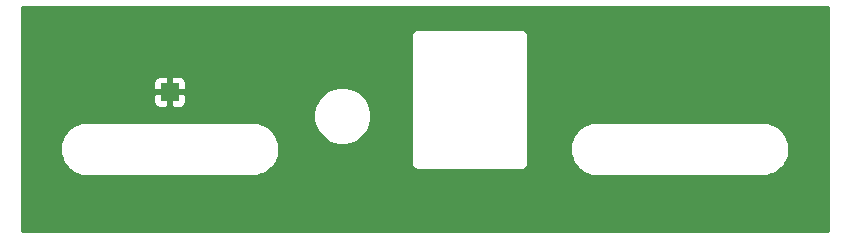
<source format=gbr>
%TF.GenerationSoftware,KiCad,Pcbnew,(5.1.6)-1*%
%TF.CreationDate,2020-11-22T20:04:02-08:00*%
%TF.ProjectId,vgavt1593-back,76676176-7431-4353-9933-2d6261636b2e,rev?*%
%TF.SameCoordinates,Original*%
%TF.FileFunction,Copper,L2,Bot*%
%TF.FilePolarity,Positive*%
%FSLAX46Y46*%
G04 Gerber Fmt 4.6, Leading zero omitted, Abs format (unit mm)*
G04 Created by KiCad (PCBNEW (5.1.6)-1) date 2020-11-22 20:04:02*
%MOMM*%
%LPD*%
G01*
G04 APERTURE LIST*
%TA.AperFunction,SMDPad,CuDef*%
%ADD10R,1.500000X1.500000*%
%TD*%
%TA.AperFunction,ViaPad*%
%ADD11C,0.635000*%
%TD*%
%TA.AperFunction,Conductor*%
%ADD12C,0.254000*%
%TD*%
G04 APERTURE END LIST*
D10*
%TO.P,TP1,1*%
%TO.N,GND*%
X36830000Y-33020000D03*
%TD*%
D11*
%TO.N,GND*%
X91694000Y-43942000D03*
X91694000Y-26670000D03*
X25146000Y-43942000D03*
X25146000Y-26670000D03*
%TD*%
D12*
%TO.N,GND*%
G36*
X92533000Y-44781000D02*
G01*
X24307000Y-44781000D01*
X24307000Y-37822501D01*
X27535717Y-37822501D01*
X27535974Y-37859299D01*
X27535717Y-37896096D01*
X27536270Y-37901738D01*
X27575133Y-38271492D01*
X27582538Y-38307564D01*
X27589428Y-38343684D01*
X27591066Y-38349111D01*
X27701008Y-38704275D01*
X27715263Y-38738186D01*
X27729052Y-38772314D01*
X27731713Y-38777320D01*
X27908545Y-39104365D01*
X27929135Y-39134890D01*
X27949272Y-39165663D01*
X27952855Y-39170056D01*
X28189844Y-39456526D01*
X28215960Y-39482460D01*
X28241700Y-39508745D01*
X28246068Y-39512359D01*
X28534185Y-39747342D01*
X28564865Y-39767726D01*
X28595197Y-39788495D01*
X28600179Y-39791189D01*
X28600183Y-39791192D01*
X28600187Y-39791194D01*
X28928456Y-39965737D01*
X28962505Y-39979771D01*
X28996298Y-39994255D01*
X29001714Y-39995932D01*
X29357636Y-40103391D01*
X29393728Y-40110538D01*
X29429728Y-40118189D01*
X29435362Y-40118782D01*
X29435366Y-40118782D01*
X29805381Y-40155062D01*
X29805382Y-40155062D01*
X29825059Y-40157000D01*
X43834941Y-40157000D01*
X43836357Y-40156861D01*
X43844437Y-40156804D01*
X43862780Y-40154876D01*
X43881216Y-40154876D01*
X43886854Y-40154284D01*
X44256328Y-40112841D01*
X44292386Y-40105177D01*
X44328418Y-40098042D01*
X44333824Y-40096369D01*
X44333834Y-40096367D01*
X44333843Y-40096363D01*
X44688221Y-39983949D01*
X44722095Y-39969431D01*
X44756064Y-39955429D01*
X44761042Y-39952738D01*
X44761051Y-39952734D01*
X44761058Y-39952729D01*
X45086854Y-39773621D01*
X45117208Y-39752838D01*
X45147865Y-39732469D01*
X45152234Y-39728855D01*
X45437041Y-39489873D01*
X45462782Y-39463588D01*
X45488898Y-39437653D01*
X45492476Y-39433266D01*
X45492481Y-39433261D01*
X45492485Y-39433256D01*
X45725447Y-39143510D01*
X45745591Y-39112726D01*
X45766173Y-39082212D01*
X45768835Y-39077206D01*
X45804523Y-39008940D01*
X57252000Y-39008940D01*
X57253688Y-39026082D01*
X57253678Y-39027572D01*
X57254230Y-39033214D01*
X57256785Y-39057519D01*
X57257875Y-39068589D01*
X57257987Y-39068958D01*
X57259412Y-39082515D01*
X57266819Y-39118600D01*
X57273707Y-39154706D01*
X57275345Y-39160133D01*
X57290004Y-39207488D01*
X57304277Y-39241441D01*
X57318046Y-39275522D01*
X57320707Y-39280528D01*
X57344284Y-39324134D01*
X57364896Y-39354694D01*
X57385015Y-39385438D01*
X57388587Y-39389818D01*
X57388592Y-39389826D01*
X57388598Y-39389832D01*
X57420196Y-39428027D01*
X57446315Y-39453964D01*
X57472053Y-39480246D01*
X57476421Y-39483860D01*
X57514836Y-39515191D01*
X57545529Y-39535583D01*
X57575843Y-39556340D01*
X57580830Y-39559037D01*
X57580835Y-39559040D01*
X57580838Y-39559041D01*
X57624599Y-39582310D01*
X57658665Y-39596352D01*
X57692444Y-39610829D01*
X57697848Y-39612502D01*
X57697857Y-39612506D01*
X57697866Y-39612508D01*
X57745316Y-39626834D01*
X57781383Y-39633976D01*
X57817411Y-39641633D01*
X57823049Y-39642226D01*
X57872385Y-39647063D01*
X57872393Y-39647063D01*
X57892059Y-39649000D01*
X66567941Y-39649000D01*
X66585083Y-39647312D01*
X66586572Y-39647322D01*
X66592214Y-39646770D01*
X66616504Y-39644217D01*
X66627590Y-39643125D01*
X66627960Y-39643013D01*
X66641515Y-39641588D01*
X66677600Y-39634181D01*
X66713706Y-39627293D01*
X66719131Y-39625656D01*
X66719137Y-39625654D01*
X66766488Y-39610996D01*
X66800441Y-39596723D01*
X66834522Y-39582954D01*
X66839528Y-39580293D01*
X66883134Y-39556716D01*
X66913694Y-39536104D01*
X66944438Y-39515985D01*
X66948818Y-39512413D01*
X66948826Y-39512408D01*
X66948832Y-39512402D01*
X66987027Y-39480804D01*
X67012964Y-39454685D01*
X67039246Y-39428947D01*
X67042860Y-39424579D01*
X67074191Y-39386164D01*
X67094583Y-39355471D01*
X67115340Y-39325157D01*
X67118037Y-39320170D01*
X67141310Y-39276401D01*
X67155352Y-39242335D01*
X67169829Y-39208556D01*
X67171502Y-39203152D01*
X67171506Y-39203143D01*
X67171508Y-39203134D01*
X67185834Y-39155684D01*
X67192976Y-39119617D01*
X67200633Y-39083589D01*
X67201226Y-39077951D01*
X67206063Y-39028615D01*
X67206063Y-39028607D01*
X67208000Y-39008941D01*
X67208000Y-37822501D01*
X70715717Y-37822501D01*
X70715974Y-37859299D01*
X70715717Y-37896096D01*
X70716270Y-37901738D01*
X70755133Y-38271492D01*
X70762538Y-38307564D01*
X70769428Y-38343684D01*
X70771066Y-38349111D01*
X70881008Y-38704275D01*
X70895263Y-38738186D01*
X70909052Y-38772314D01*
X70911713Y-38777320D01*
X71088545Y-39104365D01*
X71109135Y-39134890D01*
X71129272Y-39165663D01*
X71132855Y-39170056D01*
X71369844Y-39456526D01*
X71395960Y-39482460D01*
X71421700Y-39508745D01*
X71426068Y-39512359D01*
X71714185Y-39747342D01*
X71744865Y-39767726D01*
X71775197Y-39788495D01*
X71780179Y-39791189D01*
X71780183Y-39791192D01*
X71780187Y-39791194D01*
X72108456Y-39965737D01*
X72142505Y-39979771D01*
X72176298Y-39994255D01*
X72181714Y-39995932D01*
X72537636Y-40103391D01*
X72573728Y-40110538D01*
X72609728Y-40118189D01*
X72615362Y-40118782D01*
X72615366Y-40118782D01*
X72985381Y-40155062D01*
X72985382Y-40155062D01*
X73005059Y-40157000D01*
X87014941Y-40157000D01*
X87016357Y-40156861D01*
X87024437Y-40156804D01*
X87042780Y-40154876D01*
X87061216Y-40154876D01*
X87066854Y-40154284D01*
X87436328Y-40112841D01*
X87472386Y-40105177D01*
X87508418Y-40098042D01*
X87513824Y-40096369D01*
X87513834Y-40096367D01*
X87513843Y-40096363D01*
X87868221Y-39983949D01*
X87902095Y-39969431D01*
X87936064Y-39955429D01*
X87941042Y-39952738D01*
X87941051Y-39952734D01*
X87941058Y-39952729D01*
X88266854Y-39773621D01*
X88297208Y-39752838D01*
X88327865Y-39732469D01*
X88332234Y-39728855D01*
X88617041Y-39489873D01*
X88642782Y-39463588D01*
X88668898Y-39437653D01*
X88672476Y-39433266D01*
X88672481Y-39433261D01*
X88672485Y-39433256D01*
X88905447Y-39143510D01*
X88925591Y-39112726D01*
X88946173Y-39082212D01*
X88948835Y-39077206D01*
X89121083Y-38747725D01*
X89134857Y-38713633D01*
X89149128Y-38679683D01*
X89150767Y-38674256D01*
X89255739Y-38317591D01*
X89262639Y-38281419D01*
X89270032Y-38245401D01*
X89270586Y-38239759D01*
X89304283Y-37869499D01*
X89304026Y-37832702D01*
X89304283Y-37795905D01*
X89303730Y-37790262D01*
X89264867Y-37420508D01*
X89257464Y-37384442D01*
X89250572Y-37348316D01*
X89248934Y-37342889D01*
X89138992Y-36987725D01*
X89124732Y-36953802D01*
X89110948Y-36919686D01*
X89108286Y-36914680D01*
X89108286Y-36914679D01*
X89108283Y-36914675D01*
X88931455Y-36587635D01*
X88910855Y-36557094D01*
X88890728Y-36526337D01*
X88887145Y-36521943D01*
X88650156Y-36235474D01*
X88624040Y-36209540D01*
X88598300Y-36183255D01*
X88593938Y-36179646D01*
X88593932Y-36179640D01*
X88593925Y-36179636D01*
X88305815Y-35944658D01*
X88275150Y-35924284D01*
X88244803Y-35903505D01*
X88239821Y-35900811D01*
X88239817Y-35900808D01*
X88239813Y-35900806D01*
X87911544Y-35726263D01*
X87877495Y-35712229D01*
X87843702Y-35697745D01*
X87838286Y-35696068D01*
X87482363Y-35588608D01*
X87446242Y-35581456D01*
X87410272Y-35573811D01*
X87404636Y-35573218D01*
X87404634Y-35573218D01*
X87034618Y-35536938D01*
X87014941Y-35535000D01*
X73005059Y-35535000D01*
X73003643Y-35535139D01*
X72995563Y-35535196D01*
X72977220Y-35537124D01*
X72958784Y-35537124D01*
X72953146Y-35537716D01*
X72583672Y-35579159D01*
X72547614Y-35586823D01*
X72511582Y-35593958D01*
X72506176Y-35595631D01*
X72506166Y-35595633D01*
X72506157Y-35595637D01*
X72151779Y-35708052D01*
X72117950Y-35722551D01*
X72083936Y-35736571D01*
X72078958Y-35739262D01*
X72078949Y-35739266D01*
X72078942Y-35739271D01*
X71753146Y-35918379D01*
X71722781Y-35939170D01*
X71692135Y-35959532D01*
X71687766Y-35963145D01*
X71402958Y-36202127D01*
X71377182Y-36228448D01*
X71351102Y-36254347D01*
X71347524Y-36258734D01*
X71347519Y-36258739D01*
X71347515Y-36258744D01*
X71114553Y-36548491D01*
X71094393Y-36579298D01*
X71073827Y-36609789D01*
X71071168Y-36614789D01*
X71071165Y-36614793D01*
X71071165Y-36614794D01*
X70898916Y-36944276D01*
X70885104Y-36978462D01*
X70870873Y-37012316D01*
X70869237Y-37017733D01*
X70869233Y-37017743D01*
X70869231Y-37017753D01*
X70764261Y-37374409D01*
X70757358Y-37410595D01*
X70749968Y-37446600D01*
X70749414Y-37452242D01*
X70715717Y-37822501D01*
X67208000Y-37822501D01*
X67208000Y-28301059D01*
X67206313Y-28283926D01*
X67206323Y-28282429D01*
X67205770Y-28276787D01*
X67203218Y-28252504D01*
X67202125Y-28241410D01*
X67202013Y-28241040D01*
X67200588Y-28227485D01*
X67193182Y-28191406D01*
X67186293Y-28155294D01*
X67184655Y-28149867D01*
X67169996Y-28102512D01*
X67155723Y-28068559D01*
X67141954Y-28034478D01*
X67139293Y-28029472D01*
X67115716Y-27985866D01*
X67095136Y-27955354D01*
X67074985Y-27924561D01*
X67071402Y-27920168D01*
X67039803Y-27881972D01*
X67013668Y-27856019D01*
X66987947Y-27829754D01*
X66983584Y-27826144D01*
X66983579Y-27826139D01*
X66983572Y-27826135D01*
X66945163Y-27794809D01*
X66914488Y-27774429D01*
X66884157Y-27753660D01*
X66879171Y-27750963D01*
X66835401Y-27727690D01*
X66801335Y-27713648D01*
X66767556Y-27699171D01*
X66762149Y-27697496D01*
X66762143Y-27697494D01*
X66762137Y-27697493D01*
X66714684Y-27683166D01*
X66678625Y-27676026D01*
X66642590Y-27668367D01*
X66636952Y-27667774D01*
X66587615Y-27662937D01*
X66587607Y-27662937D01*
X66567941Y-27661000D01*
X57892059Y-27661000D01*
X57874926Y-27662687D01*
X57873429Y-27662677D01*
X57867787Y-27663230D01*
X57843504Y-27665782D01*
X57832410Y-27666875D01*
X57832040Y-27666987D01*
X57818485Y-27668412D01*
X57782406Y-27675818D01*
X57746294Y-27682707D01*
X57740867Y-27684345D01*
X57693512Y-27699004D01*
X57659559Y-27713277D01*
X57625478Y-27727046D01*
X57620472Y-27729707D01*
X57576866Y-27753284D01*
X57546354Y-27773864D01*
X57515561Y-27794015D01*
X57511168Y-27797598D01*
X57472972Y-27829197D01*
X57447019Y-27855332D01*
X57420754Y-27881053D01*
X57417145Y-27885415D01*
X57417139Y-27885421D01*
X57417135Y-27885428D01*
X57385809Y-27923837D01*
X57365429Y-27954512D01*
X57344660Y-27984843D01*
X57341963Y-27989829D01*
X57318690Y-28033599D01*
X57304648Y-28067665D01*
X57290171Y-28101444D01*
X57288496Y-28106851D01*
X57288494Y-28106857D01*
X57288494Y-28106859D01*
X57274166Y-28154316D01*
X57267026Y-28190375D01*
X57259367Y-28226410D01*
X57258774Y-28232048D01*
X57253937Y-28281385D01*
X57253937Y-28281403D01*
X57252001Y-28301059D01*
X57252000Y-39008940D01*
X45804523Y-39008940D01*
X45941083Y-38747725D01*
X45954857Y-38713633D01*
X45969128Y-38679683D01*
X45970767Y-38674256D01*
X46075739Y-38317591D01*
X46082639Y-38281419D01*
X46090032Y-38245401D01*
X46090586Y-38239759D01*
X46124283Y-37869499D01*
X46124026Y-37832702D01*
X46124283Y-37795905D01*
X46123730Y-37790262D01*
X46084867Y-37420508D01*
X46077464Y-37384442D01*
X46070572Y-37348316D01*
X46068934Y-37342889D01*
X45958992Y-36987725D01*
X45944732Y-36953802D01*
X45930948Y-36919686D01*
X45928286Y-36914680D01*
X45928286Y-36914679D01*
X45928283Y-36914675D01*
X45751455Y-36587635D01*
X45730855Y-36557094D01*
X45710728Y-36526337D01*
X45707145Y-36521943D01*
X45470156Y-36235474D01*
X45444040Y-36209540D01*
X45418300Y-36183255D01*
X45413938Y-36179646D01*
X45413932Y-36179640D01*
X45413925Y-36179636D01*
X45125815Y-35944658D01*
X45095150Y-35924284D01*
X45064803Y-35903505D01*
X45059821Y-35900811D01*
X45059817Y-35900808D01*
X45059813Y-35900806D01*
X44731544Y-35726263D01*
X44697495Y-35712229D01*
X44663702Y-35697745D01*
X44658286Y-35696068D01*
X44302363Y-35588608D01*
X44266242Y-35581456D01*
X44230272Y-35573811D01*
X44224636Y-35573218D01*
X44224634Y-35573218D01*
X43854618Y-35536938D01*
X43834941Y-35535000D01*
X29825059Y-35535000D01*
X29823643Y-35535139D01*
X29815563Y-35535196D01*
X29797220Y-35537124D01*
X29778784Y-35537124D01*
X29773146Y-35537716D01*
X29403672Y-35579159D01*
X29367614Y-35586823D01*
X29331582Y-35593958D01*
X29326176Y-35595631D01*
X29326166Y-35595633D01*
X29326157Y-35595637D01*
X28971779Y-35708052D01*
X28937950Y-35722551D01*
X28903936Y-35736571D01*
X28898958Y-35739262D01*
X28898949Y-35739266D01*
X28898942Y-35739271D01*
X28573146Y-35918379D01*
X28542781Y-35939170D01*
X28512135Y-35959532D01*
X28507766Y-35963145D01*
X28222958Y-36202127D01*
X28197182Y-36228448D01*
X28171102Y-36254347D01*
X28167524Y-36258734D01*
X28167519Y-36258739D01*
X28167515Y-36258744D01*
X27934553Y-36548491D01*
X27914393Y-36579298D01*
X27893827Y-36609789D01*
X27891168Y-36614789D01*
X27891165Y-36614793D01*
X27891165Y-36614794D01*
X27718916Y-36944276D01*
X27705104Y-36978462D01*
X27690873Y-37012316D01*
X27689237Y-37017733D01*
X27689233Y-37017743D01*
X27689231Y-37017753D01*
X27584261Y-37374409D01*
X27577358Y-37410595D01*
X27569968Y-37446600D01*
X27569414Y-37452242D01*
X27535717Y-37822501D01*
X24307000Y-37822501D01*
X24307000Y-34811074D01*
X48988836Y-34811074D01*
X48988836Y-35292926D01*
X49082841Y-35765520D01*
X49267238Y-36210693D01*
X49534940Y-36611339D01*
X49875661Y-36952060D01*
X50276307Y-37219762D01*
X50721480Y-37404159D01*
X51194074Y-37498164D01*
X51675926Y-37498164D01*
X52148520Y-37404159D01*
X52593693Y-37219762D01*
X52994339Y-36952060D01*
X53335060Y-36611339D01*
X53602762Y-36210693D01*
X53787159Y-35765520D01*
X53881164Y-35292926D01*
X53881164Y-34811074D01*
X53787159Y-34338480D01*
X53602762Y-33893307D01*
X53335060Y-33492661D01*
X52994339Y-33151940D01*
X52593693Y-32884238D01*
X52148520Y-32699841D01*
X51675926Y-32605836D01*
X51194074Y-32605836D01*
X50721480Y-32699841D01*
X50276307Y-32884238D01*
X49875661Y-33151940D01*
X49534940Y-33492661D01*
X49267238Y-33893307D01*
X49082841Y-34338480D01*
X48988836Y-34811074D01*
X24307000Y-34811074D01*
X24307000Y-33770000D01*
X35441928Y-33770000D01*
X35454188Y-33894482D01*
X35490498Y-34014180D01*
X35549463Y-34124494D01*
X35628815Y-34221185D01*
X35725506Y-34300537D01*
X35835820Y-34359502D01*
X35955518Y-34395812D01*
X36080000Y-34408072D01*
X36544250Y-34405000D01*
X36703000Y-34246250D01*
X36703000Y-33147000D01*
X36957000Y-33147000D01*
X36957000Y-34246250D01*
X37115750Y-34405000D01*
X37580000Y-34408072D01*
X37704482Y-34395812D01*
X37824180Y-34359502D01*
X37934494Y-34300537D01*
X38031185Y-34221185D01*
X38110537Y-34124494D01*
X38169502Y-34014180D01*
X38205812Y-33894482D01*
X38218072Y-33770000D01*
X38215000Y-33305750D01*
X38056250Y-33147000D01*
X36957000Y-33147000D01*
X36703000Y-33147000D01*
X35603750Y-33147000D01*
X35445000Y-33305750D01*
X35441928Y-33770000D01*
X24307000Y-33770000D01*
X24307000Y-32270000D01*
X35441928Y-32270000D01*
X35445000Y-32734250D01*
X35603750Y-32893000D01*
X36703000Y-32893000D01*
X36703000Y-31793750D01*
X36957000Y-31793750D01*
X36957000Y-32893000D01*
X38056250Y-32893000D01*
X38215000Y-32734250D01*
X38218072Y-32270000D01*
X38205812Y-32145518D01*
X38169502Y-32025820D01*
X38110537Y-31915506D01*
X38031185Y-31818815D01*
X37934494Y-31739463D01*
X37824180Y-31680498D01*
X37704482Y-31644188D01*
X37580000Y-31631928D01*
X37115750Y-31635000D01*
X36957000Y-31793750D01*
X36703000Y-31793750D01*
X36544250Y-31635000D01*
X36080000Y-31631928D01*
X35955518Y-31644188D01*
X35835820Y-31680498D01*
X35725506Y-31739463D01*
X35628815Y-31818815D01*
X35549463Y-31915506D01*
X35490498Y-32025820D01*
X35454188Y-32145518D01*
X35441928Y-32270000D01*
X24307000Y-32270000D01*
X24307000Y-25831000D01*
X92533001Y-25831000D01*
X92533000Y-44781000D01*
G37*
X92533000Y-44781000D02*
X24307000Y-44781000D01*
X24307000Y-37822501D01*
X27535717Y-37822501D01*
X27535974Y-37859299D01*
X27535717Y-37896096D01*
X27536270Y-37901738D01*
X27575133Y-38271492D01*
X27582538Y-38307564D01*
X27589428Y-38343684D01*
X27591066Y-38349111D01*
X27701008Y-38704275D01*
X27715263Y-38738186D01*
X27729052Y-38772314D01*
X27731713Y-38777320D01*
X27908545Y-39104365D01*
X27929135Y-39134890D01*
X27949272Y-39165663D01*
X27952855Y-39170056D01*
X28189844Y-39456526D01*
X28215960Y-39482460D01*
X28241700Y-39508745D01*
X28246068Y-39512359D01*
X28534185Y-39747342D01*
X28564865Y-39767726D01*
X28595197Y-39788495D01*
X28600179Y-39791189D01*
X28600183Y-39791192D01*
X28600187Y-39791194D01*
X28928456Y-39965737D01*
X28962505Y-39979771D01*
X28996298Y-39994255D01*
X29001714Y-39995932D01*
X29357636Y-40103391D01*
X29393728Y-40110538D01*
X29429728Y-40118189D01*
X29435362Y-40118782D01*
X29435366Y-40118782D01*
X29805381Y-40155062D01*
X29805382Y-40155062D01*
X29825059Y-40157000D01*
X43834941Y-40157000D01*
X43836357Y-40156861D01*
X43844437Y-40156804D01*
X43862780Y-40154876D01*
X43881216Y-40154876D01*
X43886854Y-40154284D01*
X44256328Y-40112841D01*
X44292386Y-40105177D01*
X44328418Y-40098042D01*
X44333824Y-40096369D01*
X44333834Y-40096367D01*
X44333843Y-40096363D01*
X44688221Y-39983949D01*
X44722095Y-39969431D01*
X44756064Y-39955429D01*
X44761042Y-39952738D01*
X44761051Y-39952734D01*
X44761058Y-39952729D01*
X45086854Y-39773621D01*
X45117208Y-39752838D01*
X45147865Y-39732469D01*
X45152234Y-39728855D01*
X45437041Y-39489873D01*
X45462782Y-39463588D01*
X45488898Y-39437653D01*
X45492476Y-39433266D01*
X45492481Y-39433261D01*
X45492485Y-39433256D01*
X45725447Y-39143510D01*
X45745591Y-39112726D01*
X45766173Y-39082212D01*
X45768835Y-39077206D01*
X45804523Y-39008940D01*
X57252000Y-39008940D01*
X57253688Y-39026082D01*
X57253678Y-39027572D01*
X57254230Y-39033214D01*
X57256785Y-39057519D01*
X57257875Y-39068589D01*
X57257987Y-39068958D01*
X57259412Y-39082515D01*
X57266819Y-39118600D01*
X57273707Y-39154706D01*
X57275345Y-39160133D01*
X57290004Y-39207488D01*
X57304277Y-39241441D01*
X57318046Y-39275522D01*
X57320707Y-39280528D01*
X57344284Y-39324134D01*
X57364896Y-39354694D01*
X57385015Y-39385438D01*
X57388587Y-39389818D01*
X57388592Y-39389826D01*
X57388598Y-39389832D01*
X57420196Y-39428027D01*
X57446315Y-39453964D01*
X57472053Y-39480246D01*
X57476421Y-39483860D01*
X57514836Y-39515191D01*
X57545529Y-39535583D01*
X57575843Y-39556340D01*
X57580830Y-39559037D01*
X57580835Y-39559040D01*
X57580838Y-39559041D01*
X57624599Y-39582310D01*
X57658665Y-39596352D01*
X57692444Y-39610829D01*
X57697848Y-39612502D01*
X57697857Y-39612506D01*
X57697866Y-39612508D01*
X57745316Y-39626834D01*
X57781383Y-39633976D01*
X57817411Y-39641633D01*
X57823049Y-39642226D01*
X57872385Y-39647063D01*
X57872393Y-39647063D01*
X57892059Y-39649000D01*
X66567941Y-39649000D01*
X66585083Y-39647312D01*
X66586572Y-39647322D01*
X66592214Y-39646770D01*
X66616504Y-39644217D01*
X66627590Y-39643125D01*
X66627960Y-39643013D01*
X66641515Y-39641588D01*
X66677600Y-39634181D01*
X66713706Y-39627293D01*
X66719131Y-39625656D01*
X66719137Y-39625654D01*
X66766488Y-39610996D01*
X66800441Y-39596723D01*
X66834522Y-39582954D01*
X66839528Y-39580293D01*
X66883134Y-39556716D01*
X66913694Y-39536104D01*
X66944438Y-39515985D01*
X66948818Y-39512413D01*
X66948826Y-39512408D01*
X66948832Y-39512402D01*
X66987027Y-39480804D01*
X67012964Y-39454685D01*
X67039246Y-39428947D01*
X67042860Y-39424579D01*
X67074191Y-39386164D01*
X67094583Y-39355471D01*
X67115340Y-39325157D01*
X67118037Y-39320170D01*
X67141310Y-39276401D01*
X67155352Y-39242335D01*
X67169829Y-39208556D01*
X67171502Y-39203152D01*
X67171506Y-39203143D01*
X67171508Y-39203134D01*
X67185834Y-39155684D01*
X67192976Y-39119617D01*
X67200633Y-39083589D01*
X67201226Y-39077951D01*
X67206063Y-39028615D01*
X67206063Y-39028607D01*
X67208000Y-39008941D01*
X67208000Y-37822501D01*
X70715717Y-37822501D01*
X70715974Y-37859299D01*
X70715717Y-37896096D01*
X70716270Y-37901738D01*
X70755133Y-38271492D01*
X70762538Y-38307564D01*
X70769428Y-38343684D01*
X70771066Y-38349111D01*
X70881008Y-38704275D01*
X70895263Y-38738186D01*
X70909052Y-38772314D01*
X70911713Y-38777320D01*
X71088545Y-39104365D01*
X71109135Y-39134890D01*
X71129272Y-39165663D01*
X71132855Y-39170056D01*
X71369844Y-39456526D01*
X71395960Y-39482460D01*
X71421700Y-39508745D01*
X71426068Y-39512359D01*
X71714185Y-39747342D01*
X71744865Y-39767726D01*
X71775197Y-39788495D01*
X71780179Y-39791189D01*
X71780183Y-39791192D01*
X71780187Y-39791194D01*
X72108456Y-39965737D01*
X72142505Y-39979771D01*
X72176298Y-39994255D01*
X72181714Y-39995932D01*
X72537636Y-40103391D01*
X72573728Y-40110538D01*
X72609728Y-40118189D01*
X72615362Y-40118782D01*
X72615366Y-40118782D01*
X72985381Y-40155062D01*
X72985382Y-40155062D01*
X73005059Y-40157000D01*
X87014941Y-40157000D01*
X87016357Y-40156861D01*
X87024437Y-40156804D01*
X87042780Y-40154876D01*
X87061216Y-40154876D01*
X87066854Y-40154284D01*
X87436328Y-40112841D01*
X87472386Y-40105177D01*
X87508418Y-40098042D01*
X87513824Y-40096369D01*
X87513834Y-40096367D01*
X87513843Y-40096363D01*
X87868221Y-39983949D01*
X87902095Y-39969431D01*
X87936064Y-39955429D01*
X87941042Y-39952738D01*
X87941051Y-39952734D01*
X87941058Y-39952729D01*
X88266854Y-39773621D01*
X88297208Y-39752838D01*
X88327865Y-39732469D01*
X88332234Y-39728855D01*
X88617041Y-39489873D01*
X88642782Y-39463588D01*
X88668898Y-39437653D01*
X88672476Y-39433266D01*
X88672481Y-39433261D01*
X88672485Y-39433256D01*
X88905447Y-39143510D01*
X88925591Y-39112726D01*
X88946173Y-39082212D01*
X88948835Y-39077206D01*
X89121083Y-38747725D01*
X89134857Y-38713633D01*
X89149128Y-38679683D01*
X89150767Y-38674256D01*
X89255739Y-38317591D01*
X89262639Y-38281419D01*
X89270032Y-38245401D01*
X89270586Y-38239759D01*
X89304283Y-37869499D01*
X89304026Y-37832702D01*
X89304283Y-37795905D01*
X89303730Y-37790262D01*
X89264867Y-37420508D01*
X89257464Y-37384442D01*
X89250572Y-37348316D01*
X89248934Y-37342889D01*
X89138992Y-36987725D01*
X89124732Y-36953802D01*
X89110948Y-36919686D01*
X89108286Y-36914680D01*
X89108286Y-36914679D01*
X89108283Y-36914675D01*
X88931455Y-36587635D01*
X88910855Y-36557094D01*
X88890728Y-36526337D01*
X88887145Y-36521943D01*
X88650156Y-36235474D01*
X88624040Y-36209540D01*
X88598300Y-36183255D01*
X88593938Y-36179646D01*
X88593932Y-36179640D01*
X88593925Y-36179636D01*
X88305815Y-35944658D01*
X88275150Y-35924284D01*
X88244803Y-35903505D01*
X88239821Y-35900811D01*
X88239817Y-35900808D01*
X88239813Y-35900806D01*
X87911544Y-35726263D01*
X87877495Y-35712229D01*
X87843702Y-35697745D01*
X87838286Y-35696068D01*
X87482363Y-35588608D01*
X87446242Y-35581456D01*
X87410272Y-35573811D01*
X87404636Y-35573218D01*
X87404634Y-35573218D01*
X87034618Y-35536938D01*
X87014941Y-35535000D01*
X73005059Y-35535000D01*
X73003643Y-35535139D01*
X72995563Y-35535196D01*
X72977220Y-35537124D01*
X72958784Y-35537124D01*
X72953146Y-35537716D01*
X72583672Y-35579159D01*
X72547614Y-35586823D01*
X72511582Y-35593958D01*
X72506176Y-35595631D01*
X72506166Y-35595633D01*
X72506157Y-35595637D01*
X72151779Y-35708052D01*
X72117950Y-35722551D01*
X72083936Y-35736571D01*
X72078958Y-35739262D01*
X72078949Y-35739266D01*
X72078942Y-35739271D01*
X71753146Y-35918379D01*
X71722781Y-35939170D01*
X71692135Y-35959532D01*
X71687766Y-35963145D01*
X71402958Y-36202127D01*
X71377182Y-36228448D01*
X71351102Y-36254347D01*
X71347524Y-36258734D01*
X71347519Y-36258739D01*
X71347515Y-36258744D01*
X71114553Y-36548491D01*
X71094393Y-36579298D01*
X71073827Y-36609789D01*
X71071168Y-36614789D01*
X71071165Y-36614793D01*
X71071165Y-36614794D01*
X70898916Y-36944276D01*
X70885104Y-36978462D01*
X70870873Y-37012316D01*
X70869237Y-37017733D01*
X70869233Y-37017743D01*
X70869231Y-37017753D01*
X70764261Y-37374409D01*
X70757358Y-37410595D01*
X70749968Y-37446600D01*
X70749414Y-37452242D01*
X70715717Y-37822501D01*
X67208000Y-37822501D01*
X67208000Y-28301059D01*
X67206313Y-28283926D01*
X67206323Y-28282429D01*
X67205770Y-28276787D01*
X67203218Y-28252504D01*
X67202125Y-28241410D01*
X67202013Y-28241040D01*
X67200588Y-28227485D01*
X67193182Y-28191406D01*
X67186293Y-28155294D01*
X67184655Y-28149867D01*
X67169996Y-28102512D01*
X67155723Y-28068559D01*
X67141954Y-28034478D01*
X67139293Y-28029472D01*
X67115716Y-27985866D01*
X67095136Y-27955354D01*
X67074985Y-27924561D01*
X67071402Y-27920168D01*
X67039803Y-27881972D01*
X67013668Y-27856019D01*
X66987947Y-27829754D01*
X66983584Y-27826144D01*
X66983579Y-27826139D01*
X66983572Y-27826135D01*
X66945163Y-27794809D01*
X66914488Y-27774429D01*
X66884157Y-27753660D01*
X66879171Y-27750963D01*
X66835401Y-27727690D01*
X66801335Y-27713648D01*
X66767556Y-27699171D01*
X66762149Y-27697496D01*
X66762143Y-27697494D01*
X66762137Y-27697493D01*
X66714684Y-27683166D01*
X66678625Y-27676026D01*
X66642590Y-27668367D01*
X66636952Y-27667774D01*
X66587615Y-27662937D01*
X66587607Y-27662937D01*
X66567941Y-27661000D01*
X57892059Y-27661000D01*
X57874926Y-27662687D01*
X57873429Y-27662677D01*
X57867787Y-27663230D01*
X57843504Y-27665782D01*
X57832410Y-27666875D01*
X57832040Y-27666987D01*
X57818485Y-27668412D01*
X57782406Y-27675818D01*
X57746294Y-27682707D01*
X57740867Y-27684345D01*
X57693512Y-27699004D01*
X57659559Y-27713277D01*
X57625478Y-27727046D01*
X57620472Y-27729707D01*
X57576866Y-27753284D01*
X57546354Y-27773864D01*
X57515561Y-27794015D01*
X57511168Y-27797598D01*
X57472972Y-27829197D01*
X57447019Y-27855332D01*
X57420754Y-27881053D01*
X57417145Y-27885415D01*
X57417139Y-27885421D01*
X57417135Y-27885428D01*
X57385809Y-27923837D01*
X57365429Y-27954512D01*
X57344660Y-27984843D01*
X57341963Y-27989829D01*
X57318690Y-28033599D01*
X57304648Y-28067665D01*
X57290171Y-28101444D01*
X57288496Y-28106851D01*
X57288494Y-28106857D01*
X57288494Y-28106859D01*
X57274166Y-28154316D01*
X57267026Y-28190375D01*
X57259367Y-28226410D01*
X57258774Y-28232048D01*
X57253937Y-28281385D01*
X57253937Y-28281403D01*
X57252001Y-28301059D01*
X57252000Y-39008940D01*
X45804523Y-39008940D01*
X45941083Y-38747725D01*
X45954857Y-38713633D01*
X45969128Y-38679683D01*
X45970767Y-38674256D01*
X46075739Y-38317591D01*
X46082639Y-38281419D01*
X46090032Y-38245401D01*
X46090586Y-38239759D01*
X46124283Y-37869499D01*
X46124026Y-37832702D01*
X46124283Y-37795905D01*
X46123730Y-37790262D01*
X46084867Y-37420508D01*
X46077464Y-37384442D01*
X46070572Y-37348316D01*
X46068934Y-37342889D01*
X45958992Y-36987725D01*
X45944732Y-36953802D01*
X45930948Y-36919686D01*
X45928286Y-36914680D01*
X45928286Y-36914679D01*
X45928283Y-36914675D01*
X45751455Y-36587635D01*
X45730855Y-36557094D01*
X45710728Y-36526337D01*
X45707145Y-36521943D01*
X45470156Y-36235474D01*
X45444040Y-36209540D01*
X45418300Y-36183255D01*
X45413938Y-36179646D01*
X45413932Y-36179640D01*
X45413925Y-36179636D01*
X45125815Y-35944658D01*
X45095150Y-35924284D01*
X45064803Y-35903505D01*
X45059821Y-35900811D01*
X45059817Y-35900808D01*
X45059813Y-35900806D01*
X44731544Y-35726263D01*
X44697495Y-35712229D01*
X44663702Y-35697745D01*
X44658286Y-35696068D01*
X44302363Y-35588608D01*
X44266242Y-35581456D01*
X44230272Y-35573811D01*
X44224636Y-35573218D01*
X44224634Y-35573218D01*
X43854618Y-35536938D01*
X43834941Y-35535000D01*
X29825059Y-35535000D01*
X29823643Y-35535139D01*
X29815563Y-35535196D01*
X29797220Y-35537124D01*
X29778784Y-35537124D01*
X29773146Y-35537716D01*
X29403672Y-35579159D01*
X29367614Y-35586823D01*
X29331582Y-35593958D01*
X29326176Y-35595631D01*
X29326166Y-35595633D01*
X29326157Y-35595637D01*
X28971779Y-35708052D01*
X28937950Y-35722551D01*
X28903936Y-35736571D01*
X28898958Y-35739262D01*
X28898949Y-35739266D01*
X28898942Y-35739271D01*
X28573146Y-35918379D01*
X28542781Y-35939170D01*
X28512135Y-35959532D01*
X28507766Y-35963145D01*
X28222958Y-36202127D01*
X28197182Y-36228448D01*
X28171102Y-36254347D01*
X28167524Y-36258734D01*
X28167519Y-36258739D01*
X28167515Y-36258744D01*
X27934553Y-36548491D01*
X27914393Y-36579298D01*
X27893827Y-36609789D01*
X27891168Y-36614789D01*
X27891165Y-36614793D01*
X27891165Y-36614794D01*
X27718916Y-36944276D01*
X27705104Y-36978462D01*
X27690873Y-37012316D01*
X27689237Y-37017733D01*
X27689233Y-37017743D01*
X27689231Y-37017753D01*
X27584261Y-37374409D01*
X27577358Y-37410595D01*
X27569968Y-37446600D01*
X27569414Y-37452242D01*
X27535717Y-37822501D01*
X24307000Y-37822501D01*
X24307000Y-34811074D01*
X48988836Y-34811074D01*
X48988836Y-35292926D01*
X49082841Y-35765520D01*
X49267238Y-36210693D01*
X49534940Y-36611339D01*
X49875661Y-36952060D01*
X50276307Y-37219762D01*
X50721480Y-37404159D01*
X51194074Y-37498164D01*
X51675926Y-37498164D01*
X52148520Y-37404159D01*
X52593693Y-37219762D01*
X52994339Y-36952060D01*
X53335060Y-36611339D01*
X53602762Y-36210693D01*
X53787159Y-35765520D01*
X53881164Y-35292926D01*
X53881164Y-34811074D01*
X53787159Y-34338480D01*
X53602762Y-33893307D01*
X53335060Y-33492661D01*
X52994339Y-33151940D01*
X52593693Y-32884238D01*
X52148520Y-32699841D01*
X51675926Y-32605836D01*
X51194074Y-32605836D01*
X50721480Y-32699841D01*
X50276307Y-32884238D01*
X49875661Y-33151940D01*
X49534940Y-33492661D01*
X49267238Y-33893307D01*
X49082841Y-34338480D01*
X48988836Y-34811074D01*
X24307000Y-34811074D01*
X24307000Y-33770000D01*
X35441928Y-33770000D01*
X35454188Y-33894482D01*
X35490498Y-34014180D01*
X35549463Y-34124494D01*
X35628815Y-34221185D01*
X35725506Y-34300537D01*
X35835820Y-34359502D01*
X35955518Y-34395812D01*
X36080000Y-34408072D01*
X36544250Y-34405000D01*
X36703000Y-34246250D01*
X36703000Y-33147000D01*
X36957000Y-33147000D01*
X36957000Y-34246250D01*
X37115750Y-34405000D01*
X37580000Y-34408072D01*
X37704482Y-34395812D01*
X37824180Y-34359502D01*
X37934494Y-34300537D01*
X38031185Y-34221185D01*
X38110537Y-34124494D01*
X38169502Y-34014180D01*
X38205812Y-33894482D01*
X38218072Y-33770000D01*
X38215000Y-33305750D01*
X38056250Y-33147000D01*
X36957000Y-33147000D01*
X36703000Y-33147000D01*
X35603750Y-33147000D01*
X35445000Y-33305750D01*
X35441928Y-33770000D01*
X24307000Y-33770000D01*
X24307000Y-32270000D01*
X35441928Y-32270000D01*
X35445000Y-32734250D01*
X35603750Y-32893000D01*
X36703000Y-32893000D01*
X36703000Y-31793750D01*
X36957000Y-31793750D01*
X36957000Y-32893000D01*
X38056250Y-32893000D01*
X38215000Y-32734250D01*
X38218072Y-32270000D01*
X38205812Y-32145518D01*
X38169502Y-32025820D01*
X38110537Y-31915506D01*
X38031185Y-31818815D01*
X37934494Y-31739463D01*
X37824180Y-31680498D01*
X37704482Y-31644188D01*
X37580000Y-31631928D01*
X37115750Y-31635000D01*
X36957000Y-31793750D01*
X36703000Y-31793750D01*
X36544250Y-31635000D01*
X36080000Y-31631928D01*
X35955518Y-31644188D01*
X35835820Y-31680498D01*
X35725506Y-31739463D01*
X35628815Y-31818815D01*
X35549463Y-31915506D01*
X35490498Y-32025820D01*
X35454188Y-32145518D01*
X35441928Y-32270000D01*
X24307000Y-32270000D01*
X24307000Y-25831000D01*
X92533001Y-25831000D01*
X92533000Y-44781000D01*
%TD*%
M02*

</source>
